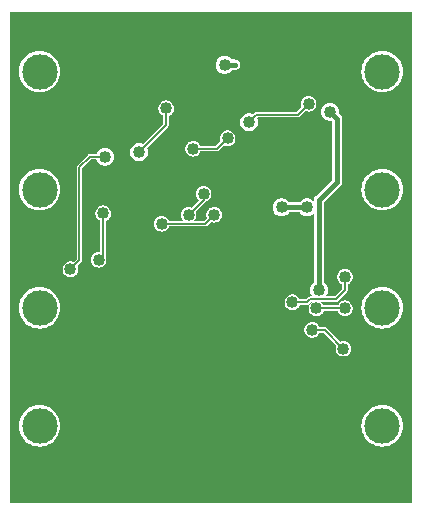
<source format=gbr>
G04 start of page 3 for group 1 idx 1 *
G04 Title: (unknown), bottom *
G04 Creator: pcb 1.99z *
G04 CreationDate: Mon 08 Dec 2014 11:05:11 PM GMT UTC *
G04 For: commonadmin *
G04 Format: Gerber/RS-274X *
G04 PCB-Dimensions (mil): 1377.95 1692.91 *
G04 PCB-Coordinate-Origin: lower left *
%MOIN*%
%FSLAX25Y25*%
%LNBOTTOM*%
%ADD35C,0.0787*%
%ADD34C,0.0250*%
%ADD33C,0.1181*%
%ADD32C,0.0400*%
%ADD31C,0.0060*%
%ADD30C,0.0150*%
%ADD29C,0.0001*%
G54D29*G36*
X90490Y167087D02*X111130D01*
Y133061D01*
X110727Y133465D01*
X110732Y133486D01*
X110760Y133957D01*
X110732Y134427D01*
X110622Y134887D01*
X110441Y135323D01*
X110194Y135725D01*
X109888Y136085D01*
X109529Y136391D01*
X109126Y136638D01*
X108690Y136819D01*
X108231Y136929D01*
X107760Y136966D01*
X107289Y136929D01*
X106830Y136819D01*
X106394Y136638D01*
X105991Y136391D01*
X105632Y136085D01*
X105325Y135725D01*
X105079Y135323D01*
X104898Y134887D01*
X104788Y134427D01*
X104751Y133957D01*
X104788Y133486D01*
X104898Y133027D01*
X105079Y132591D01*
X105325Y132188D01*
X105632Y131829D01*
X105991Y131522D01*
X106394Y131275D01*
X106830Y131095D01*
X107289Y130984D01*
X107760Y130947D01*
X108231Y130984D01*
X108252Y130990D01*
X108380Y130862D01*
Y111311D01*
X102941Y105873D01*
X102889Y105828D01*
X102710Y105618D01*
X102566Y105384D01*
X102460Y105129D01*
X102396Y104861D01*
X102396Y104861D01*
X102375Y104587D01*
X102380Y104518D01*
Y104071D01*
X102258Y104214D01*
X101899Y104521D01*
X101496Y104768D01*
X101060Y104949D01*
X100601Y105059D01*
X100130Y105096D01*
X99659Y105059D01*
X99200Y104949D01*
X98764Y104768D01*
X98361Y104521D01*
X98002Y104214D01*
X97695Y103855D01*
X97684Y103837D01*
X94076D01*
X94064Y103855D01*
X93758Y104214D01*
X93399Y104521D01*
X92996Y104768D01*
X92560Y104949D01*
X92101Y105059D01*
X91630Y105096D01*
X91159Y105059D01*
X90700Y104949D01*
X90490Y104862D01*
Y132057D01*
X96965D01*
X97000Y132054D01*
X97141Y132065D01*
X97141Y132065D01*
X97279Y132098D01*
X97410Y132152D01*
X97531Y132226D01*
X97638Y132318D01*
X97661Y132345D01*
X99540Y134224D01*
X99824Y134106D01*
X100222Y134011D01*
X100630Y133979D01*
X101038Y134011D01*
X101436Y134106D01*
X101814Y134263D01*
X102163Y134477D01*
X102474Y134742D01*
X102740Y135054D01*
X102954Y135403D01*
X103110Y135781D01*
X103206Y136179D01*
X103230Y136587D01*
X103206Y136995D01*
X103110Y137393D01*
X102954Y137771D01*
X102740Y138120D01*
X102474Y138431D01*
X102163Y138697D01*
X101814Y138910D01*
X101436Y139067D01*
X101038Y139163D01*
X100630Y139195D01*
X100222Y139163D01*
X99824Y139067D01*
X99446Y138910D01*
X99097Y138697D01*
X98786Y138431D01*
X98520Y138120D01*
X98306Y137771D01*
X98150Y137393D01*
X98054Y136995D01*
X98022Y136587D01*
X98054Y136179D01*
X98150Y135781D01*
X98267Y135497D01*
X96627Y133857D01*
X90490D01*
Y167087D01*
G37*
G36*
X94076Y100337D02*X97684D01*
X97695Y100318D01*
X98002Y99959D01*
X98361Y99652D01*
X98764Y99405D01*
X99200Y99225D01*
X99659Y99114D01*
X100130Y99077D01*
X100601Y99114D01*
X101060Y99225D01*
X101496Y99405D01*
X101899Y99652D01*
X102258Y99959D01*
X102380Y100102D01*
Y77033D01*
X102361Y77021D01*
X102002Y76714D01*
X101695Y76355D01*
X101449Y75953D01*
X101268Y75517D01*
X101158Y75057D01*
X101121Y74587D01*
X101158Y74116D01*
X101268Y73657D01*
X101449Y73220D01*
X101695Y72818D01*
X102002Y72459D01*
X102122Y72357D01*
X101295D01*
X101260Y72359D01*
X101119Y72348D01*
X100981Y72315D01*
X100850Y72261D01*
X100729Y72187D01*
X100729Y72187D01*
X100621Y72095D01*
X100599Y72068D01*
X99887Y71357D01*
X97701D01*
X97584Y71641D01*
X97370Y71990D01*
X97104Y72301D01*
X96793Y72567D01*
X96444Y72780D01*
X96066Y72937D01*
X95668Y73033D01*
X95260Y73065D01*
X94852Y73033D01*
X94454Y72937D01*
X94076Y72780D01*
X93727Y72567D01*
X93416Y72301D01*
X93150Y71990D01*
X92936Y71641D01*
X92779Y71263D01*
X92684Y70865D01*
X92652Y70457D01*
X92684Y70049D01*
X92779Y69651D01*
X92936Y69273D01*
X93150Y68924D01*
X93416Y68613D01*
X93727Y68347D01*
X94076Y68133D01*
X94454Y67976D01*
X94852Y67881D01*
X95260Y67849D01*
X95668Y67881D01*
X96066Y67976D01*
X96444Y68133D01*
X96793Y68347D01*
X97104Y68613D01*
X97370Y68924D01*
X97584Y69273D01*
X97701Y69557D01*
X100225D01*
X100260Y69554D01*
X100401Y69565D01*
X100401Y69565D01*
X100539Y69598D01*
X100670Y69652D01*
X100790Y69726D01*
X100898Y69818D01*
X100921Y69845D01*
X101633Y70557D01*
X101715D01*
X101416Y70301D01*
X101150Y69990D01*
X100936Y69641D01*
X100779Y69263D01*
X100684Y68865D01*
X100652Y68457D01*
X100684Y68049D01*
X100779Y67651D01*
X100936Y67273D01*
X101150Y66924D01*
X101416Y66613D01*
X101727Y66347D01*
X102076Y66133D01*
X102454Y65976D01*
X102852Y65881D01*
X103260Y65849D01*
X103668Y65881D01*
X104066Y65976D01*
X104444Y66133D01*
X104793Y66347D01*
X105104Y66613D01*
X105370Y66924D01*
X105584Y67273D01*
X105701Y67557D01*
X110318D01*
X110436Y67273D01*
X110650Y66924D01*
X110916Y66613D01*
X111130Y66430D01*
Y57359D01*
X106661Y61828D01*
X106638Y61855D01*
X106531Y61947D01*
X106410Y62021D01*
X106279Y62075D01*
X106141Y62108D01*
X106141Y62108D01*
X106000Y62119D01*
X105965Y62117D01*
X104261D01*
X104144Y62401D01*
X103930Y62749D01*
X103664Y63061D01*
X103353Y63326D01*
X103004Y63540D01*
X102626Y63697D01*
X102228Y63792D01*
X101820Y63825D01*
X101412Y63792D01*
X101014Y63697D01*
X100636Y63540D01*
X100287Y63326D01*
X99976Y63061D01*
X99710Y62749D01*
X99496Y62401D01*
X99340Y62022D01*
X99244Y61625D01*
X99212Y61217D01*
X99244Y60809D01*
X99340Y60411D01*
X99496Y60033D01*
X99710Y59684D01*
X99976Y59372D01*
X100287Y59107D01*
X100636Y58893D01*
X101014Y58736D01*
X101412Y58641D01*
X101820Y58609D01*
X102228Y58641D01*
X102626Y58736D01*
X103004Y58893D01*
X103353Y59107D01*
X103664Y59372D01*
X103930Y59684D01*
X104144Y60033D01*
X104261Y60317D01*
X105627D01*
X109897Y56047D01*
X109779Y55763D01*
X109684Y55365D01*
X109652Y54957D01*
X109684Y54549D01*
X109779Y54151D01*
X109936Y53773D01*
X110150Y53424D01*
X110416Y53113D01*
X110727Y52847D01*
X111076Y52633D01*
X111130Y52611D01*
Y3587D01*
X90490D01*
Y99312D01*
X90700Y99225D01*
X91159Y99114D01*
X91630Y99077D01*
X92101Y99114D01*
X92560Y99225D01*
X92996Y99405D01*
X93399Y99652D01*
X93758Y99959D01*
X94064Y100318D01*
X94076Y100337D01*
G37*
G36*
X90490Y3587D02*X73753D01*
Y122488D01*
X74038Y122511D01*
X74436Y122606D01*
X74814Y122763D01*
X75163Y122977D01*
X75474Y123242D01*
X75740Y123554D01*
X75954Y123903D01*
X76110Y124281D01*
X76206Y124679D01*
X76230Y125087D01*
X76206Y125495D01*
X76110Y125893D01*
X75954Y126271D01*
X75740Y126620D01*
X75474Y126931D01*
X75163Y127197D01*
X74814Y127410D01*
X74436Y127567D01*
X74038Y127663D01*
X73753Y127685D01*
Y146805D01*
X73996Y146905D01*
X74399Y147152D01*
X74758Y147459D01*
X75064Y147818D01*
X75076Y147837D01*
X76130D01*
X76405Y147853D01*
X76672Y147917D01*
X76927Y148023D01*
X77162Y148166D01*
X77371Y148345D01*
X77550Y148555D01*
X77694Y148790D01*
X77799Y149044D01*
X77864Y149312D01*
X77885Y149587D01*
X77864Y149861D01*
X77799Y150129D01*
X77694Y150384D01*
X77550Y150618D01*
X77371Y150828D01*
X77162Y151007D01*
X76927Y151151D01*
X76672Y151256D01*
X76405Y151320D01*
X76130Y151337D01*
X75076D01*
X75064Y151355D01*
X74758Y151714D01*
X74399Y152021D01*
X73996Y152268D01*
X73753Y152369D01*
Y167087D01*
X90490D01*
Y133857D01*
X83295D01*
X83260Y133859D01*
X83119Y133848D01*
X82981Y133815D01*
X82850Y133761D01*
X82729Y133687D01*
X82729Y133687D01*
X82621Y133595D01*
X82599Y133568D01*
X82152Y133122D01*
X82126Y133138D01*
X81690Y133319D01*
X81231Y133429D01*
X80760Y133466D01*
X80289Y133429D01*
X79830Y133319D01*
X79394Y133138D01*
X78991Y132891D01*
X78632Y132585D01*
X78325Y132225D01*
X78079Y131823D01*
X77898Y131387D01*
X77788Y130927D01*
X77751Y130457D01*
X77788Y129986D01*
X77898Y129527D01*
X78079Y129091D01*
X78325Y128688D01*
X78632Y128329D01*
X78991Y128022D01*
X79394Y127775D01*
X79830Y127595D01*
X80289Y127484D01*
X80760Y127447D01*
X81231Y127484D01*
X81690Y127595D01*
X82126Y127775D01*
X82529Y128022D01*
X82888Y128329D01*
X83194Y128688D01*
X83441Y129091D01*
X83622Y129527D01*
X83732Y129986D01*
X83760Y130457D01*
X83732Y130927D01*
X83622Y131387D01*
X83441Y131823D01*
X83425Y131849D01*
X83633Y132057D01*
X90490D01*
Y104862D01*
X90264Y104768D01*
X89861Y104521D01*
X89502Y104214D01*
X89195Y103855D01*
X88949Y103453D01*
X88768Y103017D01*
X88658Y102557D01*
X88621Y102087D01*
X88658Y101616D01*
X88768Y101157D01*
X88949Y100720D01*
X89195Y100318D01*
X89502Y99959D01*
X89861Y99652D01*
X90264Y99405D01*
X90490Y99312D01*
Y3587D01*
G37*
G36*
X60376Y167087D02*X73753D01*
Y152369D01*
X73560Y152449D01*
X73101Y152559D01*
X72630Y152596D01*
X72159Y152559D01*
X71700Y152449D01*
X71264Y152268D01*
X70861Y152021D01*
X70502Y151714D01*
X70195Y151355D01*
X69949Y150953D01*
X69768Y150517D01*
X69658Y150057D01*
X69621Y149587D01*
X69658Y149116D01*
X69768Y148657D01*
X69949Y148220D01*
X70195Y147818D01*
X70502Y147459D01*
X70861Y147152D01*
X71264Y146905D01*
X71700Y146725D01*
X72159Y146614D01*
X72630Y146577D01*
X73101Y146614D01*
X73560Y146725D01*
X73753Y146805D01*
Y127685D01*
X73630Y127695D01*
X73222Y127663D01*
X72824Y127567D01*
X72446Y127410D01*
X72097Y127197D01*
X71786Y126931D01*
X71520Y126620D01*
X71306Y126271D01*
X71150Y125893D01*
X71054Y125495D01*
X71022Y125087D01*
X71054Y124679D01*
X71150Y124281D01*
X71267Y123997D01*
X69757Y122487D01*
X64571D01*
X64454Y122771D01*
X64240Y123120D01*
X63974Y123431D01*
X63663Y123697D01*
X63314Y123910D01*
X62936Y124067D01*
X62538Y124163D01*
X62130Y124195D01*
X61722Y124163D01*
X61324Y124067D01*
X60946Y123910D01*
X60597Y123697D01*
X60376Y123508D01*
Y167087D01*
G37*
G36*
X73753Y3587D02*X60376D01*
Y95687D01*
X66095D01*
X66130Y95684D01*
X66271Y95695D01*
X66271Y95695D01*
X66409Y95728D01*
X66540Y95782D01*
X66661Y95856D01*
X66768Y95948D01*
X66791Y95975D01*
X68040Y97224D01*
X68324Y97106D01*
X68722Y97011D01*
X69130Y96979D01*
X69538Y97011D01*
X69936Y97106D01*
X70314Y97263D01*
X70663Y97477D01*
X70974Y97742D01*
X71240Y98054D01*
X71454Y98403D01*
X71610Y98781D01*
X71706Y99179D01*
X71730Y99587D01*
X71706Y99995D01*
X71610Y100393D01*
X71454Y100771D01*
X71240Y101120D01*
X70974Y101431D01*
X70663Y101697D01*
X70314Y101910D01*
X69936Y102067D01*
X69538Y102163D01*
X69130Y102195D01*
X68722Y102163D01*
X68324Y102067D01*
X67946Y101910D01*
X67597Y101697D01*
X67286Y101431D01*
X67020Y101120D01*
X66806Y100771D01*
X66650Y100393D01*
X66554Y99995D01*
X66522Y99587D01*
X66554Y99179D01*
X66650Y98781D01*
X66767Y98497D01*
X65757Y97487D01*
X62175D01*
X62474Y97742D01*
X62740Y98054D01*
X62954Y98403D01*
X63110Y98781D01*
X63206Y99179D01*
X63230Y99587D01*
X63206Y99995D01*
X63110Y100393D01*
X62993Y100677D01*
X66241Y103925D01*
X66268Y103948D01*
X66360Y104056D01*
X66360Y104056D01*
X66383Y104094D01*
X66436Y104106D01*
X66814Y104263D01*
X67163Y104477D01*
X67474Y104742D01*
X67740Y105054D01*
X67954Y105403D01*
X68110Y105781D01*
X68206Y106179D01*
X68230Y106587D01*
X68206Y106995D01*
X68110Y107393D01*
X67954Y107771D01*
X67740Y108120D01*
X67474Y108431D01*
X67163Y108697D01*
X66814Y108910D01*
X66436Y109067D01*
X66038Y109163D01*
X65630Y109195D01*
X65222Y109163D01*
X64824Y109067D01*
X64446Y108910D01*
X64097Y108697D01*
X63786Y108431D01*
X63520Y108120D01*
X63306Y107771D01*
X63150Y107393D01*
X63054Y106995D01*
X63022Y106587D01*
X63054Y106179D01*
X63150Y105781D01*
X63306Y105403D01*
X63520Y105054D01*
X63786Y104742D01*
X64097Y104477D01*
X64190Y104420D01*
X61720Y101949D01*
X61436Y102067D01*
X61038Y102163D01*
X60630Y102195D01*
X60376Y102175D01*
Y119665D01*
X60597Y119477D01*
X60946Y119263D01*
X61324Y119106D01*
X61722Y119011D01*
X62130Y118979D01*
X62538Y119011D01*
X62936Y119106D01*
X63314Y119263D01*
X63663Y119477D01*
X63974Y119742D01*
X64240Y120054D01*
X64454Y120403D01*
X64571Y120687D01*
X70095D01*
X70130Y120684D01*
X70271Y120695D01*
X70271Y120695D01*
X70409Y120728D01*
X70540Y120782D01*
X70661Y120856D01*
X70768Y120948D01*
X70791Y120975D01*
X72540Y122724D01*
X72824Y122606D01*
X73222Y122511D01*
X73630Y122479D01*
X73753Y122488D01*
Y3587D01*
G37*
G36*
X60376D02*X48425D01*
Y123514D01*
X53741Y128830D01*
X53768Y128853D01*
X53860Y128961D01*
X53934Y129081D01*
X53989Y129212D01*
X54022Y129350D01*
X54033Y129491D01*
X54030Y129527D01*
Y132645D01*
X54314Y132763D01*
X54663Y132977D01*
X54974Y133242D01*
X55240Y133554D01*
X55454Y133903D01*
X55610Y134281D01*
X55706Y134679D01*
X55730Y135087D01*
X55706Y135495D01*
X55610Y135893D01*
X55454Y136271D01*
X55240Y136620D01*
X54974Y136931D01*
X54663Y137197D01*
X54314Y137410D01*
X53936Y137567D01*
X53538Y137663D01*
X53130Y137695D01*
X52722Y137663D01*
X52324Y137567D01*
X51946Y137410D01*
X51597Y137197D01*
X51286Y136931D01*
X51020Y136620D01*
X50806Y136271D01*
X50650Y135893D01*
X50554Y135495D01*
X50522Y135087D01*
X50554Y134679D01*
X50650Y134281D01*
X50806Y133903D01*
X51020Y133554D01*
X51286Y133242D01*
X51597Y132977D01*
X51946Y132763D01*
X52230Y132645D01*
Y129864D01*
X48425Y126060D01*
Y167087D01*
X60376D01*
Y123508D01*
X60286Y123431D01*
X60020Y123120D01*
X59806Y122771D01*
X59650Y122393D01*
X59554Y121995D01*
X59522Y121587D01*
X59554Y121179D01*
X59650Y120781D01*
X59806Y120403D01*
X60020Y120054D01*
X60286Y119742D01*
X60376Y119665D01*
Y102175D01*
X60222Y102163D01*
X59824Y102067D01*
X59446Y101910D01*
X59097Y101697D01*
X58786Y101431D01*
X58520Y101120D01*
X58306Y100771D01*
X58150Y100393D01*
X58054Y99995D01*
X58022Y99587D01*
X58054Y99179D01*
X58150Y98781D01*
X58306Y98403D01*
X58520Y98054D01*
X58786Y97742D01*
X59085Y97487D01*
X54071D01*
X53954Y97771D01*
X53740Y98120D01*
X53474Y98431D01*
X53163Y98697D01*
X52814Y98910D01*
X52436Y99067D01*
X52038Y99163D01*
X51630Y99195D01*
X51222Y99163D01*
X50824Y99067D01*
X50446Y98910D01*
X50097Y98697D01*
X49786Y98431D01*
X49520Y98120D01*
X49306Y97771D01*
X49150Y97393D01*
X49054Y96995D01*
X49022Y96587D01*
X49054Y96179D01*
X49150Y95781D01*
X49306Y95403D01*
X49520Y95054D01*
X49786Y94742D01*
X50097Y94477D01*
X50446Y94263D01*
X50824Y94106D01*
X51222Y94011D01*
X51630Y93979D01*
X52038Y94011D01*
X52436Y94106D01*
X52814Y94263D01*
X53163Y94477D01*
X53474Y94742D01*
X53740Y95054D01*
X53954Y95403D01*
X54071Y95687D01*
X60376D01*
Y3587D01*
G37*
G36*
X48425D02*X31376D01*
Y82092D01*
X31436Y82106D01*
X31814Y82263D01*
X32163Y82477D01*
X32474Y82742D01*
X32740Y83054D01*
X32954Y83403D01*
X33110Y83781D01*
X33206Y84179D01*
X33230Y84587D01*
X33206Y84995D01*
X33110Y85393D01*
X32963Y85747D01*
X32989Y85808D01*
X33022Y85945D01*
X33033Y86087D01*
X33030Y86122D01*
Y97645D01*
X33314Y97763D01*
X33663Y97977D01*
X33974Y98242D01*
X34240Y98554D01*
X34454Y98903D01*
X34610Y99281D01*
X34706Y99679D01*
X34730Y100087D01*
X34706Y100495D01*
X34610Y100893D01*
X34454Y101271D01*
X34240Y101620D01*
X33974Y101931D01*
X33663Y102197D01*
X33314Y102410D01*
X32936Y102567D01*
X32538Y102663D01*
X32130Y102695D01*
X31722Y102663D01*
X31376Y102579D01*
Y116286D01*
X31394Y116275D01*
X31830Y116095D01*
X32289Y115984D01*
X32760Y115947D01*
X33231Y115984D01*
X33690Y116095D01*
X34126Y116275D01*
X34529Y116522D01*
X34888Y116829D01*
X35194Y117188D01*
X35441Y117591D01*
X35622Y118027D01*
X35732Y118486D01*
X35760Y118957D01*
X35732Y119427D01*
X35622Y119887D01*
X35441Y120323D01*
X35194Y120725D01*
X34888Y121085D01*
X34529Y121391D01*
X34126Y121638D01*
X33690Y121819D01*
X33231Y121929D01*
X32760Y121966D01*
X32289Y121929D01*
X31830Y121819D01*
X31394Y121638D01*
X31376Y121627D01*
Y167087D01*
X48425D01*
Y126060D01*
X45522Y123157D01*
X45496Y123173D01*
X45060Y123353D01*
X44601Y123464D01*
X44130Y123501D01*
X43659Y123464D01*
X43200Y123353D01*
X42764Y123173D01*
X42361Y122926D01*
X42002Y122619D01*
X41695Y122260D01*
X41449Y121858D01*
X41268Y121421D01*
X41158Y120962D01*
X41121Y120491D01*
X41158Y120021D01*
X41268Y119561D01*
X41449Y119125D01*
X41695Y118723D01*
X42002Y118363D01*
X42361Y118057D01*
X42764Y117810D01*
X43200Y117629D01*
X43659Y117519D01*
X44130Y117482D01*
X44601Y117519D01*
X45060Y117629D01*
X45496Y117810D01*
X45899Y118057D01*
X46258Y118363D01*
X46564Y118723D01*
X46811Y119125D01*
X46992Y119561D01*
X47102Y120021D01*
X47130Y120491D01*
X47102Y120962D01*
X46992Y121421D01*
X46811Y121858D01*
X46795Y121884D01*
X48425Y123514D01*
Y3587D01*
G37*
G36*
X31376Y121627D02*X30991Y121391D01*
X30632Y121085D01*
X30325Y120725D01*
X30079Y120323D01*
X29898Y119887D01*
X29891Y119857D01*
X27795D01*
X27760Y119859D01*
X27619Y119848D01*
X27481Y119815D01*
X27350Y119761D01*
X27229Y119687D01*
X27121Y119595D01*
X27099Y119568D01*
X25630Y118100D01*
Y167087D01*
X31376D01*
Y121627D01*
G37*
G36*
Y3587D02*X25630D01*
Y115554D01*
X28133Y118057D01*
X29891D01*
X29898Y118027D01*
X30079Y117591D01*
X30325Y117188D01*
X30632Y116829D01*
X30991Y116522D01*
X31376Y116286D01*
Y102579D01*
X31324Y102567D01*
X30946Y102410D01*
X30597Y102197D01*
X30286Y101931D01*
X30020Y101620D01*
X29806Y101271D01*
X29650Y100893D01*
X29554Y100495D01*
X29522Y100087D01*
X29554Y99679D01*
X29650Y99281D01*
X29806Y98903D01*
X30020Y98554D01*
X30286Y98242D01*
X30597Y97977D01*
X30946Y97763D01*
X31230Y97645D01*
Y87116D01*
X31038Y87163D01*
X30630Y87195D01*
X30222Y87163D01*
X29824Y87067D01*
X29446Y86910D01*
X29097Y86697D01*
X28786Y86431D01*
X28520Y86120D01*
X28306Y85771D01*
X28150Y85393D01*
X28054Y84995D01*
X28022Y84587D01*
X28054Y84179D01*
X28150Y83781D01*
X28306Y83403D01*
X28520Y83054D01*
X28786Y82742D01*
X29097Y82477D01*
X29446Y82263D01*
X29824Y82106D01*
X30222Y82011D01*
X30630Y81979D01*
X31038Y82011D01*
X31376Y82092D01*
Y3587D01*
G37*
G36*
X105880Y77033D02*Y103862D01*
X111130Y109112D01*
Y80984D01*
X110916Y80801D01*
X110650Y80490D01*
X110436Y80141D01*
X110279Y79763D01*
X110184Y79365D01*
X110152Y78957D01*
X110184Y78549D01*
X110279Y78151D01*
X110436Y77773D01*
X110650Y77424D01*
X110916Y77113D01*
X111130Y76930D01*
Y74100D01*
X109387Y72357D01*
X106138D01*
X106258Y72459D01*
X106564Y72818D01*
X106811Y73220D01*
X106992Y73657D01*
X107102Y74116D01*
X107130Y74587D01*
X107102Y75057D01*
X106992Y75517D01*
X106811Y75953D01*
X106564Y76355D01*
X106258Y76714D01*
X105899Y77021D01*
X105880Y77033D01*
G37*
G36*
X104804Y70557D02*X109725D01*
X109760Y70554D01*
X109901Y70565D01*
X109901Y70565D01*
X110039Y70598D01*
X110170Y70652D01*
X110290Y70726D01*
X110398Y70818D01*
X110421Y70845D01*
X111130Y71554D01*
Y70484D01*
X110916Y70301D01*
X110650Y69990D01*
X110436Y69641D01*
X110318Y69357D01*
X105701D01*
X105584Y69641D01*
X105370Y69990D01*
X105104Y70301D01*
X104804Y70557D01*
G37*
G36*
X101990Y72473D02*X102002Y72459D01*
X102122Y72357D01*
X101990D01*
Y72473D01*
G37*
G36*
Y99730D02*X102258Y99959D01*
X102380Y100102D01*
Y77033D01*
X102361Y77021D01*
X102002Y76714D01*
X101990Y76701D01*
Y99730D01*
G37*
G36*
X125163Y167087D02*X135130D01*
Y3587D01*
X125163D01*
Y22255D01*
X125173Y22254D01*
X126257Y22340D01*
X127314Y22593D01*
X128318Y23009D01*
X129245Y23577D01*
X130071Y24283D01*
X130777Y25110D01*
X131345Y26036D01*
X131761Y27041D01*
X132015Y28098D01*
X132079Y29181D01*
X132015Y30265D01*
X131761Y31322D01*
X131345Y32326D01*
X130777Y33253D01*
X130071Y34079D01*
X129245Y34785D01*
X128318Y35353D01*
X127314Y35769D01*
X126257Y36023D01*
X125173Y36108D01*
X125163Y36107D01*
Y61625D01*
X125173Y61624D01*
X126257Y61710D01*
X127314Y61963D01*
X128318Y62379D01*
X129245Y62947D01*
X130071Y63653D01*
X130777Y64480D01*
X131345Y65406D01*
X131761Y66411D01*
X132015Y67468D01*
X132079Y68551D01*
X132015Y69635D01*
X131761Y70692D01*
X131345Y71696D01*
X130777Y72623D01*
X130071Y73449D01*
X129245Y74155D01*
X128318Y74723D01*
X127314Y75139D01*
X126257Y75393D01*
X125173Y75478D01*
X125163Y75477D01*
Y100995D01*
X125173Y100994D01*
X126257Y101080D01*
X127314Y101333D01*
X128318Y101749D01*
X129245Y102317D01*
X130071Y103023D01*
X130777Y103850D01*
X131345Y104777D01*
X131761Y105781D01*
X132015Y106838D01*
X132079Y107921D01*
X132015Y109005D01*
X131761Y110062D01*
X131345Y111066D01*
X130777Y111993D01*
X130071Y112819D01*
X129245Y113525D01*
X128318Y114093D01*
X127314Y114509D01*
X126257Y114763D01*
X125173Y114848D01*
X125163Y114847D01*
Y140365D01*
X125173Y140365D01*
X126257Y140450D01*
X127314Y140704D01*
X128318Y141120D01*
X129245Y141687D01*
X130071Y142393D01*
X130777Y143220D01*
X131345Y144147D01*
X131761Y145151D01*
X132015Y146208D01*
X132079Y147291D01*
X132015Y148375D01*
X131761Y149432D01*
X131345Y150436D01*
X130777Y151363D01*
X130071Y152189D01*
X129245Y152895D01*
X128318Y153463D01*
X127314Y153879D01*
X126257Y154133D01*
X125173Y154218D01*
X125163Y154217D01*
Y167087D01*
G37*
G36*
X101990D02*X125163D01*
Y154217D01*
X124090Y154133D01*
X123033Y153879D01*
X122029Y153463D01*
X121102Y152895D01*
X120275Y152189D01*
X119569Y151363D01*
X119001Y150436D01*
X118585Y149432D01*
X118332Y148375D01*
X118246Y147291D01*
X118332Y146208D01*
X118585Y145151D01*
X119001Y144147D01*
X119569Y143220D01*
X120275Y142393D01*
X121102Y141687D01*
X122029Y141120D01*
X123033Y140704D01*
X124090Y140450D01*
X125163Y140365D01*
Y114847D01*
X124090Y114763D01*
X123033Y114509D01*
X122029Y114093D01*
X121102Y113525D01*
X120275Y112819D01*
X119569Y111993D01*
X119001Y111066D01*
X118585Y110062D01*
X118332Y109005D01*
X118246Y107921D01*
X118332Y106838D01*
X118585Y105781D01*
X119001Y104777D01*
X119569Y103850D01*
X120275Y103023D01*
X121102Y102317D01*
X122029Y101749D01*
X123033Y101333D01*
X124090Y101080D01*
X125163Y100995D01*
Y75477D01*
X124090Y75393D01*
X123033Y75139D01*
X122029Y74723D01*
X121102Y74155D01*
X120275Y73449D01*
X119569Y72623D01*
X119001Y71696D01*
X118585Y70692D01*
X118332Y69635D01*
X118246Y68551D01*
X118332Y67468D01*
X118585Y66411D01*
X119001Y65406D01*
X119569Y64480D01*
X120275Y63653D01*
X121102Y62947D01*
X122029Y62379D01*
X123033Y61963D01*
X124090Y61710D01*
X125163Y61625D01*
Y36107D01*
X124090Y36023D01*
X123033Y35769D01*
X122029Y35353D01*
X121102Y34785D01*
X120275Y34079D01*
X119569Y33253D01*
X119001Y32326D01*
X118585Y31322D01*
X118332Y30265D01*
X118246Y29181D01*
X118332Y28098D01*
X118585Y27041D01*
X119001Y26036D01*
X119569Y25110D01*
X120275Y24283D01*
X121102Y23577D01*
X122029Y23009D01*
X123033Y22593D01*
X124090Y22340D01*
X125163Y22255D01*
Y3587D01*
X101990D01*
Y58622D01*
X102228Y58641D01*
X102626Y58736D01*
X103004Y58893D01*
X103353Y59107D01*
X103664Y59372D01*
X103930Y59684D01*
X104144Y60033D01*
X104261Y60317D01*
X105627D01*
X109897Y56047D01*
X109779Y55763D01*
X109684Y55365D01*
X109652Y54957D01*
X109684Y54549D01*
X109779Y54151D01*
X109936Y53773D01*
X110150Y53424D01*
X110416Y53113D01*
X110727Y52847D01*
X111076Y52633D01*
X111454Y52476D01*
X111852Y52381D01*
X112260Y52349D01*
X112668Y52381D01*
X113066Y52476D01*
X113444Y52633D01*
X113793Y52847D01*
X114104Y53113D01*
X114370Y53424D01*
X114584Y53773D01*
X114740Y54151D01*
X114836Y54549D01*
X114860Y54957D01*
X114836Y55365D01*
X114740Y55763D01*
X114584Y56141D01*
X114370Y56490D01*
X114104Y56801D01*
X113793Y57067D01*
X113444Y57280D01*
X113066Y57437D01*
X112668Y57533D01*
X112260Y57565D01*
X111852Y57533D01*
X111454Y57437D01*
X111170Y57319D01*
X106661Y61828D01*
X106638Y61855D01*
X106531Y61947D01*
X106410Y62021D01*
X106279Y62075D01*
X106141Y62108D01*
X106141Y62108D01*
X106000Y62119D01*
X105965Y62117D01*
X104261D01*
X104144Y62401D01*
X103930Y62749D01*
X103664Y63061D01*
X103353Y63326D01*
X103004Y63540D01*
X102626Y63697D01*
X102228Y63792D01*
X101990Y63811D01*
Y66185D01*
X102076Y66133D01*
X102454Y65976D01*
X102852Y65881D01*
X103260Y65849D01*
X103668Y65881D01*
X104066Y65976D01*
X104444Y66133D01*
X104793Y66347D01*
X105104Y66613D01*
X105370Y66924D01*
X105584Y67273D01*
X105701Y67557D01*
X110318D01*
X110436Y67273D01*
X110650Y66924D01*
X110916Y66613D01*
X111227Y66347D01*
X111576Y66133D01*
X111954Y65976D01*
X112352Y65881D01*
X112760Y65849D01*
X113168Y65881D01*
X113566Y65976D01*
X113944Y66133D01*
X114293Y66347D01*
X114604Y66613D01*
X114870Y66924D01*
X115084Y67273D01*
X115240Y67651D01*
X115336Y68049D01*
X115360Y68457D01*
X115336Y68865D01*
X115240Y69263D01*
X115084Y69641D01*
X114870Y69990D01*
X114604Y70301D01*
X114293Y70567D01*
X113944Y70780D01*
X113566Y70937D01*
X113168Y71033D01*
X112760Y71065D01*
X112352Y71033D01*
X111954Y70937D01*
X111576Y70780D01*
X111227Y70567D01*
X110916Y70301D01*
X110650Y69990D01*
X110436Y69641D01*
X110318Y69357D01*
X105701D01*
X105584Y69641D01*
X105370Y69990D01*
X105104Y70301D01*
X104804Y70557D01*
X109725D01*
X109760Y70554D01*
X109901Y70565D01*
X109901Y70565D01*
X110039Y70598D01*
X110170Y70652D01*
X110290Y70726D01*
X110398Y70818D01*
X110421Y70845D01*
X113371Y73795D01*
X113398Y73818D01*
X113490Y73926D01*
X113490Y73926D01*
X113564Y74047D01*
X113618Y74178D01*
X113652Y74315D01*
X113663Y74457D01*
X113660Y74492D01*
Y76515D01*
X113944Y76633D01*
X114293Y76847D01*
X114604Y77113D01*
X114870Y77424D01*
X115084Y77773D01*
X115240Y78151D01*
X115336Y78549D01*
X115360Y78957D01*
X115336Y79365D01*
X115240Y79763D01*
X115084Y80141D01*
X114870Y80490D01*
X114604Y80801D01*
X114293Y81067D01*
X113944Y81280D01*
X113566Y81437D01*
X113168Y81533D01*
X112760Y81565D01*
X112352Y81533D01*
X111954Y81437D01*
X111576Y81280D01*
X111227Y81067D01*
X110916Y80801D01*
X110650Y80490D01*
X110436Y80141D01*
X110279Y79763D01*
X110184Y79365D01*
X110152Y78957D01*
X110184Y78549D01*
X110279Y78151D01*
X110436Y77773D01*
X110650Y77424D01*
X110916Y77113D01*
X111227Y76847D01*
X111576Y76633D01*
X111860Y76515D01*
Y74829D01*
X109387Y72357D01*
X106138D01*
X106258Y72459D01*
X106564Y72818D01*
X106811Y73220D01*
X106992Y73657D01*
X107102Y74116D01*
X107130Y74587D01*
X107102Y75057D01*
X106992Y75517D01*
X106811Y75953D01*
X106564Y76355D01*
X106258Y76714D01*
X105899Y77021D01*
X105880Y77033D01*
Y103862D01*
X111319Y109301D01*
X111371Y109345D01*
X111550Y109555D01*
X111694Y109790D01*
X111799Y110044D01*
X111864Y110312D01*
X111885Y110587D01*
X111880Y110655D01*
Y131518D01*
X111885Y131587D01*
X111864Y131861D01*
X111864Y131861D01*
X111799Y132129D01*
X111694Y132384D01*
X111550Y132618D01*
X111371Y132828D01*
X111319Y132873D01*
X110727Y133465D01*
X110732Y133486D01*
X110760Y133957D01*
X110732Y134427D01*
X110622Y134887D01*
X110441Y135323D01*
X110194Y135725D01*
X109888Y136085D01*
X109529Y136391D01*
X109126Y136638D01*
X108690Y136819D01*
X108231Y136929D01*
X107760Y136966D01*
X107289Y136929D01*
X106830Y136819D01*
X106394Y136638D01*
X105991Y136391D01*
X105632Y136085D01*
X105325Y135725D01*
X105079Y135323D01*
X104898Y134887D01*
X104788Y134427D01*
X104751Y133957D01*
X104788Y133486D01*
X104898Y133027D01*
X105079Y132591D01*
X105325Y132188D01*
X105632Y131829D01*
X105991Y131522D01*
X106394Y131275D01*
X106830Y131095D01*
X107289Y130984D01*
X107760Y130947D01*
X108231Y130984D01*
X108252Y130990D01*
X108380Y130862D01*
Y111311D01*
X102941Y105873D01*
X102889Y105828D01*
X102710Y105618D01*
X102566Y105384D01*
X102460Y105129D01*
X102396Y104861D01*
X102396Y104861D01*
X102375Y104587D01*
X102380Y104518D01*
Y104071D01*
X102258Y104214D01*
X101990Y104443D01*
Y134371D01*
X102163Y134477D01*
X102474Y134742D01*
X102740Y135054D01*
X102954Y135403D01*
X103110Y135781D01*
X103206Y136179D01*
X103230Y136587D01*
X103206Y136995D01*
X103110Y137393D01*
X102954Y137771D01*
X102740Y138120D01*
X102474Y138431D01*
X102163Y138697D01*
X101990Y138802D01*
Y167087D01*
G37*
G36*
X73753D02*X101990D01*
Y138802D01*
X101814Y138910D01*
X101436Y139067D01*
X101038Y139163D01*
X100630Y139195D01*
X100222Y139163D01*
X99824Y139067D01*
X99446Y138910D01*
X99097Y138697D01*
X98786Y138431D01*
X98520Y138120D01*
X98306Y137771D01*
X98150Y137393D01*
X98054Y136995D01*
X98022Y136587D01*
X98054Y136179D01*
X98150Y135781D01*
X98267Y135497D01*
X96627Y133857D01*
X83295D01*
X83260Y133859D01*
X83119Y133848D01*
X82981Y133815D01*
X82850Y133761D01*
X82729Y133687D01*
X82729Y133687D01*
X82621Y133595D01*
X82599Y133568D01*
X82152Y133122D01*
X82126Y133138D01*
X81690Y133319D01*
X81231Y133429D01*
X80760Y133466D01*
X80289Y133429D01*
X79830Y133319D01*
X79394Y133138D01*
X78991Y132891D01*
X78632Y132585D01*
X78325Y132225D01*
X78079Y131823D01*
X77898Y131387D01*
X77788Y130927D01*
X77751Y130457D01*
X77788Y129986D01*
X77898Y129527D01*
X78079Y129091D01*
X78325Y128688D01*
X78632Y128329D01*
X78991Y128022D01*
X79394Y127775D01*
X79830Y127595D01*
X80289Y127484D01*
X80760Y127447D01*
X81231Y127484D01*
X81690Y127595D01*
X82126Y127775D01*
X82529Y128022D01*
X82888Y128329D01*
X83194Y128688D01*
X83441Y129091D01*
X83622Y129527D01*
X83732Y129986D01*
X83760Y130457D01*
X83732Y130927D01*
X83622Y131387D01*
X83441Y131823D01*
X83425Y131849D01*
X83633Y132057D01*
X96965D01*
X97000Y132054D01*
X97141Y132065D01*
X97141Y132065D01*
X97279Y132098D01*
X97410Y132152D01*
X97531Y132226D01*
X97638Y132318D01*
X97661Y132345D01*
X99540Y134224D01*
X99824Y134106D01*
X100222Y134011D01*
X100630Y133979D01*
X101038Y134011D01*
X101436Y134106D01*
X101814Y134263D01*
X101990Y134371D01*
Y104443D01*
X101899Y104521D01*
X101496Y104768D01*
X101060Y104949D01*
X100601Y105059D01*
X100130Y105096D01*
X99659Y105059D01*
X99200Y104949D01*
X98764Y104768D01*
X98361Y104521D01*
X98002Y104214D01*
X97695Y103855D01*
X97684Y103837D01*
X94076D01*
X94064Y103855D01*
X93758Y104214D01*
X93399Y104521D01*
X92996Y104768D01*
X92560Y104949D01*
X92101Y105059D01*
X91630Y105096D01*
X91159Y105059D01*
X90700Y104949D01*
X90264Y104768D01*
X89861Y104521D01*
X89502Y104214D01*
X89195Y103855D01*
X88949Y103453D01*
X88768Y103017D01*
X88658Y102557D01*
X88621Y102087D01*
X88658Y101616D01*
X88768Y101157D01*
X88949Y100720D01*
X89195Y100318D01*
X89502Y99959D01*
X89861Y99652D01*
X90264Y99405D01*
X90700Y99225D01*
X91159Y99114D01*
X91630Y99077D01*
X92101Y99114D01*
X92560Y99225D01*
X92996Y99405D01*
X93399Y99652D01*
X93758Y99959D01*
X94064Y100318D01*
X94076Y100337D01*
X97684D01*
X97695Y100318D01*
X98002Y99959D01*
X98361Y99652D01*
X98764Y99405D01*
X99200Y99225D01*
X99659Y99114D01*
X100130Y99077D01*
X100601Y99114D01*
X101060Y99225D01*
X101496Y99405D01*
X101899Y99652D01*
X101990Y99730D01*
Y76701D01*
X101695Y76355D01*
X101449Y75953D01*
X101268Y75517D01*
X101158Y75057D01*
X101121Y74587D01*
X101158Y74116D01*
X101268Y73657D01*
X101449Y73220D01*
X101695Y72818D01*
X101990Y72473D01*
Y72357D01*
X101295D01*
X101260Y72359D01*
X101119Y72348D01*
X100981Y72315D01*
X100850Y72261D01*
X100729Y72187D01*
X100729Y72187D01*
X100621Y72095D01*
X100599Y72068D01*
X99887Y71357D01*
X97701D01*
X97584Y71641D01*
X97370Y71990D01*
X97104Y72301D01*
X96793Y72567D01*
X96444Y72780D01*
X96066Y72937D01*
X95668Y73033D01*
X95260Y73065D01*
X94852Y73033D01*
X94454Y72937D01*
X94076Y72780D01*
X93727Y72567D01*
X93416Y72301D01*
X93150Y71990D01*
X92936Y71641D01*
X92779Y71263D01*
X92684Y70865D01*
X92652Y70457D01*
X92684Y70049D01*
X92779Y69651D01*
X92936Y69273D01*
X93150Y68924D01*
X93416Y68613D01*
X93727Y68347D01*
X94076Y68133D01*
X94454Y67976D01*
X94852Y67881D01*
X95260Y67849D01*
X95668Y67881D01*
X96066Y67976D01*
X96444Y68133D01*
X96793Y68347D01*
X97104Y68613D01*
X97370Y68924D01*
X97584Y69273D01*
X97701Y69557D01*
X100225D01*
X100260Y69554D01*
X100401Y69565D01*
X100401Y69565D01*
X100539Y69598D01*
X100670Y69652D01*
X100790Y69726D01*
X100898Y69818D01*
X100921Y69845D01*
X101633Y70557D01*
X101715D01*
X101416Y70301D01*
X101150Y69990D01*
X100936Y69641D01*
X100779Y69263D01*
X100684Y68865D01*
X100652Y68457D01*
X100684Y68049D01*
X100779Y67651D01*
X100936Y67273D01*
X101150Y66924D01*
X101416Y66613D01*
X101727Y66347D01*
X101990Y66185D01*
Y63811D01*
X101820Y63825D01*
X101412Y63792D01*
X101014Y63697D01*
X100636Y63540D01*
X100287Y63326D01*
X99976Y63061D01*
X99710Y62749D01*
X99496Y62401D01*
X99340Y62022D01*
X99244Y61625D01*
X99212Y61217D01*
X99244Y60809D01*
X99340Y60411D01*
X99496Y60033D01*
X99710Y59684D01*
X99976Y59372D01*
X100287Y59107D01*
X100636Y58893D01*
X101014Y58736D01*
X101412Y58641D01*
X101820Y58609D01*
X101990Y58622D01*
Y3587D01*
X73753D01*
Y122488D01*
X74038Y122511D01*
X74436Y122606D01*
X74814Y122763D01*
X75163Y122977D01*
X75474Y123242D01*
X75740Y123554D01*
X75954Y123903D01*
X76110Y124281D01*
X76206Y124679D01*
X76230Y125087D01*
X76206Y125495D01*
X76110Y125893D01*
X75954Y126271D01*
X75740Y126620D01*
X75474Y126931D01*
X75163Y127197D01*
X74814Y127410D01*
X74436Y127567D01*
X74038Y127663D01*
X73753Y127685D01*
Y146805D01*
X73996Y146905D01*
X74399Y147152D01*
X74758Y147459D01*
X75064Y147818D01*
X75076Y147837D01*
X76130D01*
X76405Y147853D01*
X76672Y147917D01*
X76927Y148023D01*
X77162Y148166D01*
X77371Y148345D01*
X77550Y148555D01*
X77694Y148790D01*
X77799Y149044D01*
X77864Y149312D01*
X77885Y149587D01*
X77864Y149861D01*
X77799Y150129D01*
X77694Y150384D01*
X77550Y150618D01*
X77371Y150828D01*
X77162Y151007D01*
X76927Y151151D01*
X76672Y151256D01*
X76405Y151320D01*
X76130Y151337D01*
X75076D01*
X75064Y151355D01*
X74758Y151714D01*
X74399Y152021D01*
X73996Y152268D01*
X73753Y152369D01*
Y167087D01*
G37*
G36*
Y3587D02*X60376D01*
Y95687D01*
X66095D01*
X66130Y95684D01*
X66271Y95695D01*
X66271Y95695D01*
X66409Y95728D01*
X66540Y95782D01*
X66661Y95856D01*
X66768Y95948D01*
X66791Y95975D01*
X68040Y97224D01*
X68324Y97106D01*
X68722Y97011D01*
X69130Y96979D01*
X69538Y97011D01*
X69936Y97106D01*
X70314Y97263D01*
X70663Y97477D01*
X70974Y97742D01*
X71240Y98054D01*
X71454Y98403D01*
X71610Y98781D01*
X71706Y99179D01*
X71730Y99587D01*
X71706Y99995D01*
X71610Y100393D01*
X71454Y100771D01*
X71240Y101120D01*
X70974Y101431D01*
X70663Y101697D01*
X70314Y101910D01*
X69936Y102067D01*
X69538Y102163D01*
X69130Y102195D01*
X68722Y102163D01*
X68324Y102067D01*
X67946Y101910D01*
X67597Y101697D01*
X67286Y101431D01*
X67020Y101120D01*
X66806Y100771D01*
X66650Y100393D01*
X66554Y99995D01*
X66522Y99587D01*
X66554Y99179D01*
X66650Y98781D01*
X66767Y98497D01*
X65757Y97487D01*
X62175D01*
X62474Y97742D01*
X62740Y98054D01*
X62954Y98403D01*
X63110Y98781D01*
X63206Y99179D01*
X63230Y99587D01*
X63206Y99995D01*
X63110Y100393D01*
X62993Y100677D01*
X66241Y103925D01*
X66268Y103948D01*
X66360Y104056D01*
X66360Y104056D01*
X66383Y104094D01*
X66436Y104106D01*
X66814Y104263D01*
X67163Y104477D01*
X67474Y104742D01*
X67740Y105054D01*
X67954Y105403D01*
X68110Y105781D01*
X68206Y106179D01*
X68230Y106587D01*
X68206Y106995D01*
X68110Y107393D01*
X67954Y107771D01*
X67740Y108120D01*
X67474Y108431D01*
X67163Y108697D01*
X66814Y108910D01*
X66436Y109067D01*
X66038Y109163D01*
X65630Y109195D01*
X65222Y109163D01*
X64824Y109067D01*
X64446Y108910D01*
X64097Y108697D01*
X63786Y108431D01*
X63520Y108120D01*
X63306Y107771D01*
X63150Y107393D01*
X63054Y106995D01*
X63022Y106587D01*
X63054Y106179D01*
X63150Y105781D01*
X63306Y105403D01*
X63520Y105054D01*
X63786Y104742D01*
X64097Y104477D01*
X64190Y104420D01*
X61720Y101949D01*
X61436Y102067D01*
X61038Y102163D01*
X60630Y102195D01*
X60376Y102175D01*
Y119665D01*
X60597Y119477D01*
X60946Y119263D01*
X61324Y119106D01*
X61722Y119011D01*
X62130Y118979D01*
X62538Y119011D01*
X62936Y119106D01*
X63314Y119263D01*
X63663Y119477D01*
X63974Y119742D01*
X64240Y120054D01*
X64454Y120403D01*
X64571Y120687D01*
X70095D01*
X70130Y120684D01*
X70271Y120695D01*
X70271Y120695D01*
X70409Y120728D01*
X70540Y120782D01*
X70661Y120856D01*
X70768Y120948D01*
X70791Y120975D01*
X72540Y122724D01*
X72824Y122606D01*
X73222Y122511D01*
X73630Y122479D01*
X73753Y122488D01*
Y3587D01*
G37*
G36*
X60376Y167087D02*X73753D01*
Y152369D01*
X73560Y152449D01*
X73101Y152559D01*
X72630Y152596D01*
X72159Y152559D01*
X71700Y152449D01*
X71264Y152268D01*
X70861Y152021D01*
X70502Y151714D01*
X70195Y151355D01*
X69949Y150953D01*
X69768Y150517D01*
X69658Y150057D01*
X69621Y149587D01*
X69658Y149116D01*
X69768Y148657D01*
X69949Y148220D01*
X70195Y147818D01*
X70502Y147459D01*
X70861Y147152D01*
X71264Y146905D01*
X71700Y146725D01*
X72159Y146614D01*
X72630Y146577D01*
X73101Y146614D01*
X73560Y146725D01*
X73753Y146805D01*
Y127685D01*
X73630Y127695D01*
X73222Y127663D01*
X72824Y127567D01*
X72446Y127410D01*
X72097Y127197D01*
X71786Y126931D01*
X71520Y126620D01*
X71306Y126271D01*
X71150Y125893D01*
X71054Y125495D01*
X71022Y125087D01*
X71054Y124679D01*
X71150Y124281D01*
X71267Y123997D01*
X69757Y122487D01*
X64571D01*
X64454Y122771D01*
X64240Y123120D01*
X63974Y123431D01*
X63663Y123697D01*
X63314Y123910D01*
X62936Y124067D01*
X62538Y124163D01*
X62130Y124195D01*
X61722Y124163D01*
X61324Y124067D01*
X60946Y123910D01*
X60597Y123697D01*
X60376Y123508D01*
Y167087D01*
G37*
G36*
X48425D02*X60376D01*
Y123508D01*
X60286Y123431D01*
X60020Y123120D01*
X59806Y122771D01*
X59650Y122393D01*
X59554Y121995D01*
X59522Y121587D01*
X59554Y121179D01*
X59650Y120781D01*
X59806Y120403D01*
X60020Y120054D01*
X60286Y119742D01*
X60376Y119665D01*
Y102175D01*
X60222Y102163D01*
X59824Y102067D01*
X59446Y101910D01*
X59097Y101697D01*
X58786Y101431D01*
X58520Y101120D01*
X58306Y100771D01*
X58150Y100393D01*
X58054Y99995D01*
X58022Y99587D01*
X58054Y99179D01*
X58150Y98781D01*
X58306Y98403D01*
X58520Y98054D01*
X58786Y97742D01*
X59085Y97487D01*
X54071D01*
X53954Y97771D01*
X53740Y98120D01*
X53474Y98431D01*
X53163Y98697D01*
X52814Y98910D01*
X52436Y99067D01*
X52038Y99163D01*
X51630Y99195D01*
X51222Y99163D01*
X50824Y99067D01*
X50446Y98910D01*
X50097Y98697D01*
X49786Y98431D01*
X49520Y98120D01*
X49306Y97771D01*
X49150Y97393D01*
X49054Y96995D01*
X49022Y96587D01*
X49054Y96179D01*
X49150Y95781D01*
X49306Y95403D01*
X49520Y95054D01*
X49786Y94742D01*
X50097Y94477D01*
X50446Y94263D01*
X50824Y94106D01*
X51222Y94011D01*
X51630Y93979D01*
X52038Y94011D01*
X52436Y94106D01*
X52814Y94263D01*
X53163Y94477D01*
X53474Y94742D01*
X53740Y95054D01*
X53954Y95403D01*
X54071Y95687D01*
X60376D01*
Y3587D01*
X48425D01*
Y123514D01*
X53741Y128830D01*
X53768Y128853D01*
X53860Y128961D01*
X53934Y129081D01*
X53989Y129212D01*
X54022Y129350D01*
X54033Y129491D01*
X54030Y129527D01*
Y132645D01*
X54314Y132763D01*
X54663Y132977D01*
X54974Y133242D01*
X55240Y133554D01*
X55454Y133903D01*
X55610Y134281D01*
X55706Y134679D01*
X55730Y135087D01*
X55706Y135495D01*
X55610Y135893D01*
X55454Y136271D01*
X55240Y136620D01*
X54974Y136931D01*
X54663Y137197D01*
X54314Y137410D01*
X53936Y137567D01*
X53538Y137663D01*
X53130Y137695D01*
X52722Y137663D01*
X52324Y137567D01*
X51946Y137410D01*
X51597Y137197D01*
X51286Y136931D01*
X51020Y136620D01*
X50806Y136271D01*
X50650Y135893D01*
X50554Y135495D01*
X50522Y135087D01*
X50554Y134679D01*
X50650Y134281D01*
X50806Y133903D01*
X51020Y133554D01*
X51286Y133242D01*
X51597Y132977D01*
X51946Y132763D01*
X52230Y132645D01*
Y129864D01*
X48425Y126060D01*
Y167087D01*
G37*
G36*
X31376D02*X48425D01*
Y126060D01*
X45522Y123157D01*
X45496Y123173D01*
X45060Y123353D01*
X44601Y123464D01*
X44130Y123501D01*
X43659Y123464D01*
X43200Y123353D01*
X42764Y123173D01*
X42361Y122926D01*
X42002Y122619D01*
X41695Y122260D01*
X41449Y121858D01*
X41268Y121421D01*
X41158Y120962D01*
X41121Y120491D01*
X41158Y120021D01*
X41268Y119561D01*
X41449Y119125D01*
X41695Y118723D01*
X42002Y118363D01*
X42361Y118057D01*
X42764Y117810D01*
X43200Y117629D01*
X43659Y117519D01*
X44130Y117482D01*
X44601Y117519D01*
X45060Y117629D01*
X45496Y117810D01*
X45899Y118057D01*
X46258Y118363D01*
X46564Y118723D01*
X46811Y119125D01*
X46992Y119561D01*
X47102Y120021D01*
X47130Y120491D01*
X47102Y120962D01*
X46992Y121421D01*
X46811Y121858D01*
X46795Y121884D01*
X48425Y123514D01*
Y3587D01*
X31376D01*
Y82092D01*
X31436Y82106D01*
X31814Y82263D01*
X32163Y82477D01*
X32474Y82742D01*
X32740Y83054D01*
X32954Y83403D01*
X33110Y83781D01*
X33206Y84179D01*
X33230Y84587D01*
X33206Y84995D01*
X33110Y85393D01*
X32963Y85747D01*
X32989Y85808D01*
X33022Y85945D01*
X33033Y86087D01*
X33030Y86122D01*
Y97645D01*
X33314Y97763D01*
X33663Y97977D01*
X33974Y98242D01*
X34240Y98554D01*
X34454Y98903D01*
X34610Y99281D01*
X34706Y99679D01*
X34730Y100087D01*
X34706Y100495D01*
X34610Y100893D01*
X34454Y101271D01*
X34240Y101620D01*
X33974Y101931D01*
X33663Y102197D01*
X33314Y102410D01*
X32936Y102567D01*
X32538Y102663D01*
X32130Y102695D01*
X31722Y102663D01*
X31376Y102579D01*
Y116286D01*
X31394Y116275D01*
X31830Y116095D01*
X32289Y115984D01*
X32760Y115947D01*
X33231Y115984D01*
X33690Y116095D01*
X34126Y116275D01*
X34529Y116522D01*
X34888Y116829D01*
X35194Y117188D01*
X35441Y117591D01*
X35622Y118027D01*
X35732Y118486D01*
X35760Y118957D01*
X35732Y119427D01*
X35622Y119887D01*
X35441Y120323D01*
X35194Y120725D01*
X34888Y121085D01*
X34529Y121391D01*
X34126Y121638D01*
X33690Y121819D01*
X33231Y121929D01*
X32760Y121966D01*
X32289Y121929D01*
X31830Y121819D01*
X31394Y121638D01*
X31376Y121627D01*
Y167087D01*
G37*
G36*
Y3587D02*X27206D01*
Y117130D01*
X28133Y118057D01*
X29891D01*
X29898Y118027D01*
X30079Y117591D01*
X30325Y117188D01*
X30632Y116829D01*
X30991Y116522D01*
X31376Y116286D01*
Y102579D01*
X31324Y102567D01*
X30946Y102410D01*
X30597Y102197D01*
X30286Y101931D01*
X30020Y101620D01*
X29806Y101271D01*
X29650Y100893D01*
X29554Y100495D01*
X29522Y100087D01*
X29554Y99679D01*
X29650Y99281D01*
X29806Y98903D01*
X30020Y98554D01*
X30286Y98242D01*
X30597Y97977D01*
X30946Y97763D01*
X31230Y97645D01*
Y87116D01*
X31038Y87163D01*
X30630Y87195D01*
X30222Y87163D01*
X29824Y87067D01*
X29446Y86910D01*
X29097Y86697D01*
X28786Y86431D01*
X28520Y86120D01*
X28306Y85771D01*
X28150Y85393D01*
X28054Y84995D01*
X28022Y84587D01*
X28054Y84179D01*
X28150Y83781D01*
X28306Y83403D01*
X28520Y83054D01*
X28786Y82742D01*
X29097Y82477D01*
X29446Y82263D01*
X29824Y82106D01*
X30222Y82011D01*
X30630Y81979D01*
X31038Y82011D01*
X31376Y82092D01*
Y3587D01*
G37*
G36*
X27206Y167087D02*X31376D01*
Y121627D01*
X30991Y121391D01*
X30632Y121085D01*
X30325Y120725D01*
X30079Y120323D01*
X29898Y119887D01*
X29891Y119857D01*
X27795D01*
X27760Y119859D01*
X27619Y119848D01*
X27481Y119815D01*
X27350Y119761D01*
X27229Y119687D01*
X27206Y119667D01*
Y167087D01*
G37*
G36*
X10989D02*X27206D01*
Y119667D01*
X27121Y119595D01*
X27099Y119568D01*
X23648Y116118D01*
X23621Y116095D01*
X23529Y115987D01*
X23455Y115867D01*
X23401Y115736D01*
X23368Y115598D01*
X23368Y115598D01*
X23357Y115457D01*
X23360Y115422D01*
Y84829D01*
X22350Y83819D01*
X22066Y83937D01*
X21668Y84033D01*
X21260Y84065D01*
X20852Y84033D01*
X20454Y83937D01*
X20076Y83780D01*
X19727Y83567D01*
X19416Y83301D01*
X19150Y82990D01*
X18936Y82641D01*
X18779Y82263D01*
X18684Y81865D01*
X18652Y81457D01*
X18684Y81049D01*
X18779Y80651D01*
X18936Y80273D01*
X19150Y79924D01*
X19416Y79613D01*
X19727Y79347D01*
X20076Y79133D01*
X20454Y78976D01*
X20852Y78881D01*
X21260Y78849D01*
X21668Y78881D01*
X22066Y78976D01*
X22444Y79133D01*
X22793Y79347D01*
X23104Y79613D01*
X23370Y79924D01*
X23584Y80273D01*
X23740Y80651D01*
X23836Y81049D01*
X23860Y81457D01*
X23836Y81865D01*
X23740Y82263D01*
X23623Y82547D01*
X24871Y83795D01*
X24898Y83818D01*
X24990Y83926D01*
X25064Y84047D01*
X25118Y84178D01*
X25152Y84315D01*
X25163Y84457D01*
X25160Y84492D01*
Y115084D01*
X27206Y117130D01*
Y3587D01*
X10989D01*
Y22255D01*
X11000Y22254D01*
X12084Y22340D01*
X13141Y22593D01*
X14145Y23009D01*
X15071Y23577D01*
X15898Y24283D01*
X16604Y25110D01*
X17172Y26036D01*
X17588Y27041D01*
X17842Y28098D01*
X17906Y29181D01*
X17842Y30265D01*
X17588Y31322D01*
X17172Y32326D01*
X16604Y33253D01*
X15898Y34079D01*
X15071Y34785D01*
X14145Y35353D01*
X13141Y35769D01*
X12084Y36023D01*
X11000Y36108D01*
X10989Y36107D01*
Y61625D01*
X11000Y61624D01*
X12084Y61710D01*
X13141Y61963D01*
X14145Y62379D01*
X15071Y62947D01*
X15898Y63653D01*
X16604Y64480D01*
X17172Y65406D01*
X17588Y66411D01*
X17842Y67468D01*
X17906Y68551D01*
X17842Y69635D01*
X17588Y70692D01*
X17172Y71696D01*
X16604Y72623D01*
X15898Y73449D01*
X15071Y74155D01*
X14145Y74723D01*
X13141Y75139D01*
X12084Y75393D01*
X11000Y75478D01*
X10989Y75477D01*
Y100995D01*
X11000Y100994D01*
X12084Y101080D01*
X13141Y101333D01*
X14145Y101749D01*
X15071Y102317D01*
X15898Y103023D01*
X16604Y103850D01*
X17172Y104777D01*
X17588Y105781D01*
X17842Y106838D01*
X17906Y107921D01*
X17842Y109005D01*
X17588Y110062D01*
X17172Y111066D01*
X16604Y111993D01*
X15898Y112819D01*
X15071Y113525D01*
X14145Y114093D01*
X13141Y114509D01*
X12084Y114763D01*
X11000Y114848D01*
X10989Y114847D01*
Y140365D01*
X11000Y140365D01*
X12084Y140450D01*
X13141Y140704D01*
X14145Y141120D01*
X15071Y141687D01*
X15898Y142393D01*
X16604Y143220D01*
X17172Y144147D01*
X17588Y145151D01*
X17842Y146208D01*
X17906Y147291D01*
X17842Y148375D01*
X17588Y149432D01*
X17172Y150436D01*
X16604Y151363D01*
X15898Y152189D01*
X15071Y152895D01*
X14145Y153463D01*
X13141Y153879D01*
X12084Y154133D01*
X11000Y154218D01*
X10989Y154217D01*
Y167087D01*
G37*
G36*
X1130D02*X10989D01*
Y154217D01*
X9916Y154133D01*
X8859Y153879D01*
X7855Y153463D01*
X6929Y152895D01*
X6102Y152189D01*
X5396Y151363D01*
X4828Y150436D01*
X4412Y149432D01*
X4158Y148375D01*
X4073Y147291D01*
X4158Y146208D01*
X4412Y145151D01*
X4828Y144147D01*
X5396Y143220D01*
X6102Y142393D01*
X6929Y141687D01*
X7855Y141120D01*
X8859Y140704D01*
X9916Y140450D01*
X10989Y140365D01*
Y114847D01*
X9916Y114763D01*
X8859Y114509D01*
X7855Y114093D01*
X6929Y113525D01*
X6102Y112819D01*
X5396Y111993D01*
X4828Y111066D01*
X4412Y110062D01*
X4158Y109005D01*
X4073Y107921D01*
X4158Y106838D01*
X4412Y105781D01*
X4828Y104777D01*
X5396Y103850D01*
X6102Y103023D01*
X6929Y102317D01*
X7855Y101749D01*
X8859Y101333D01*
X9916Y101080D01*
X10989Y100995D01*
Y75477D01*
X9916Y75393D01*
X8859Y75139D01*
X7855Y74723D01*
X6929Y74155D01*
X6102Y73449D01*
X5396Y72623D01*
X4828Y71696D01*
X4412Y70692D01*
X4158Y69635D01*
X4073Y68551D01*
X4158Y67468D01*
X4412Y66411D01*
X4828Y65406D01*
X5396Y64480D01*
X6102Y63653D01*
X6929Y62947D01*
X7855Y62379D01*
X8859Y61963D01*
X9916Y61710D01*
X10989Y61625D01*
Y36107D01*
X9916Y36023D01*
X8859Y35769D01*
X7855Y35353D01*
X6929Y34785D01*
X6102Y34079D01*
X5396Y33253D01*
X4828Y32326D01*
X4412Y31322D01*
X4158Y30265D01*
X4073Y29181D01*
X4158Y28098D01*
X4412Y27041D01*
X4828Y26036D01*
X5396Y25110D01*
X6102Y24283D01*
X6929Y23577D01*
X7855Y23009D01*
X8859Y22593D01*
X9916Y22340D01*
X10989Y22255D01*
Y3587D01*
X1130D01*
Y167087D01*
G37*
G54D30*X91630Y102087D02*X100130D01*
G54D31*X83260Y132957D02*X97000D01*
X100630Y136587D01*
G54D30*X104130Y74587D02*Y104587D01*
G54D31*X101820Y61217D02*X106000D01*
X112260Y54957D01*
X103260Y68457D02*X112760D01*
X95260Y70457D02*X100260D01*
X101260Y71457D01*
X109760D01*
X112760Y74457D01*
Y78957D01*
G54D30*X104130Y104587D02*X110130Y110587D01*
Y131587D01*
X107760Y133957D01*
G54D31*X66130Y96587D02*X69130Y99587D01*
X51630Y96587D02*X66130D01*
X65630Y104587D02*X60630Y99587D01*
X65630Y106587D02*Y104587D01*
X70130Y121587D02*X73630Y125087D01*
X62130Y121587D02*X70130D01*
X53130Y135087D02*Y129491D01*
X44130Y120491D01*
X32130Y100087D02*Y86087D01*
X30630Y84587D01*
X32760Y118957D02*X27760D01*
X24260Y115457D01*
Y84457D01*
X21260Y81457D01*
G54D30*X76130Y149587D02*X72580D01*
G54D31*X80760Y130457D02*X83260Y132957D01*
G54D32*X62130Y121587D03*
X73630Y125087D03*
X44130Y120491D03*
X53130Y135087D03*
X45216Y132587D03*
X35630Y142087D03*
X69130Y99587D03*
X65630Y106587D03*
X60630Y99587D03*
X72130Y112087D03*
X72630Y149587D03*
X51630Y96587D03*
X49130Y106587D03*
X32130Y100087D03*
X32760Y118957D03*
X18130Y159087D03*
Y129587D03*
Y90587D03*
G54D33*X11000Y147291D03*
Y107921D03*
G54D32*X104130Y125217D03*
X100130Y102087D03*
X91630D03*
X96630Y149587D03*
X84760Y152957D03*
X118630Y159087D03*
X100630Y136587D03*
X107760Y133957D03*
X80760Y130457D03*
X118630Y129087D03*
G54D33*X125173Y107921D03*
Y147291D03*
G54D32*X42320Y16172D03*
X66130Y11587D03*
X42320Y33672D03*
X45500Y79587D03*
X42320Y49672D03*
X32820Y58087D03*
X30630Y84587D03*
X21260Y81457D03*
G54D33*X11000Y68551D03*
G54D32*X18130Y49587D03*
Y17587D03*
G54D33*X11000Y29181D03*
G54D32*X72190Y56587D03*
X92130Y50587D03*
X112260Y54957D03*
X104130Y74587D03*
X101820Y61217D03*
X103260Y68457D03*
X112760D03*
X95260Y70457D03*
G54D33*X125173Y68551D03*
G54D32*X74630Y76587D03*
X112760Y78957D03*
X118630Y90587D03*
Y49587D03*
Y17587D03*
G54D33*X125173Y29181D03*
G54D34*G54D35*G54D34*G54D35*G54D34*G54D35*G54D34*G54D35*G54D34*G54D35*G54D34*G54D35*M02*

</source>
